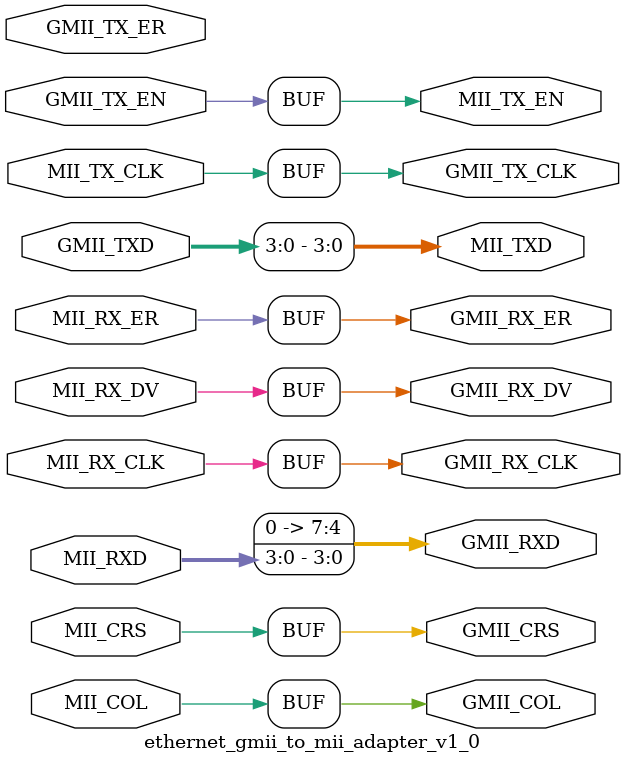
<source format=v>
`timescale 1 ns / 1 ps

module ethernet_gmii_to_mii_adapter_v1_0
(
    input wire [7:0] GMII_TXD,
    input wire GMII_TX_EN,
    input wire GMII_TX_ER,
    output wire [7:0] GMII_RXD,
    output wire GMII_COL,
    output wire GMII_CRS,
    output wire GMII_RX_CLK,
    output wire GMII_RX_DV,
    output wire GMII_RX_ER,
    output wire GMII_TX_CLK,

    output wire [3:0] MII_TXD,
    output wire MII_TX_EN,
    input wire MII_COL,
    input wire MII_CRS,
    input wire [3:0] MII_RXD,
    input wire MII_RX_CLK,
    input wire MII_RX_DV,
    input wire MII_RX_ER,
    input wire MII_TX_CLK
);

    assign GMII_RXD = {0, 0, 0, 0, MII_RXD[3:0]};
    assign GMII_COL = MII_COL;
    assign GMII_CRS = MII_CRS;
    assign GMII_RX_CLK = MII_RX_CLK;
    assign GMII_RX_DV = MII_RX_DV;
    assign GMII_RX_ER = MII_RX_ER;
    assign GMII_TX_CLK = MII_TX_CLK;
    assign MII_TXD = GMII_TXD[3:0];
    assign MII_TX_EN = GMII_TX_EN;

endmodule

</source>
